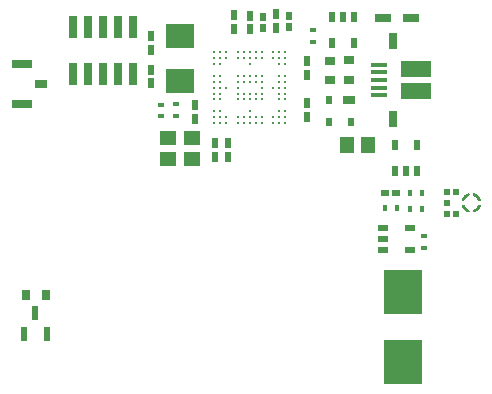
<source format=gtp>
G04*
G04 #@! TF.GenerationSoftware,Altium Limited,Altium Designer,19.0.15 (446)*
G04*
G04 Layer_Color=12040119*
%FSLAX25Y25*%
%MOIN*%
G70*
G01*
G75*
%ADD11C,0.01000*%
%ADD17R,0.02055X0.02362*%
%ADD18R,0.02362X0.03347*%
%ADD19R,0.03347X0.02362*%
%ADD20R,0.02362X0.04724*%
%ADD21R,0.02362X0.02756*%
%ADD22R,0.04331X0.03150*%
%ADD23R,0.02756X0.03347*%
%ADD24R,0.01772X0.02165*%
%ADD25R,0.02900X0.07500*%
%ADD26R,0.05315X0.02756*%
%ADD27R,0.05512X0.04921*%
%ADD28R,0.01968X0.02559*%
%ADD29R,0.09449X0.07874*%
%ADD30C,0.01200*%
%ADD31R,0.02756X0.05610*%
%ADD32R,0.09843X0.05610*%
%ADD33R,0.05512X0.01575*%
%ADD34R,0.06693X0.03150*%
%ADD35R,0.02559X0.01968*%
%ADD36R,0.04921X0.05512*%
%ADD37R,0.03347X0.02756*%
%ADD38R,0.02165X0.01772*%
%ADD39R,0.12500X0.15000*%
D11*
X72835Y-70726D02*
G03*
X71099Y-72463I994J-2730D01*
G01*
Y-74450D02*
G03*
X72835Y-76187I2730J994D01*
G01*
X74823D02*
G03*
X76559Y-74450I-994J2730D01*
G01*
Y-72463D02*
G03*
X74823Y-70726I-2730J-994D01*
G01*
D17*
X65664Y-77000D02*
D03*
X68900D02*
D03*
Y-69913D02*
D03*
X65664D02*
D03*
Y-73457D02*
D03*
D18*
X34740Y-11422D02*
D03*
X31000D02*
D03*
X27260D02*
D03*
Y-20280D02*
D03*
X34740D02*
D03*
X-32800Y-33564D02*
D03*
Y-29036D02*
D03*
X48260Y-62929D02*
D03*
X52000D02*
D03*
X55740D02*
D03*
Y-54071D02*
D03*
X48260D02*
D03*
X-7300Y-53536D02*
D03*
Y-58064D02*
D03*
X-11700Y-53536D02*
D03*
Y-58064D02*
D03*
X-18200Y-40936D02*
D03*
Y-45464D02*
D03*
X-5100Y-15414D02*
D03*
Y-10887D02*
D03*
X19000Y-40236D02*
D03*
Y-44764D02*
D03*
Y-30764D02*
D03*
Y-26236D02*
D03*
X8800Y-10536D02*
D03*
Y-15064D02*
D03*
X200Y-15564D02*
D03*
Y-11036D02*
D03*
X-32800Y-17936D02*
D03*
Y-22464D02*
D03*
D19*
X44571Y-81760D02*
D03*
Y-85500D02*
D03*
Y-89240D02*
D03*
X53429D02*
D03*
Y-81760D02*
D03*
D20*
X-75180Y-117200D02*
D03*
X-67700D02*
D03*
X-71440Y-110113D02*
D03*
D21*
X33887Y-46480D02*
D03*
X26400D02*
D03*
Y-39000D02*
D03*
D22*
X33100D02*
D03*
X-69504Y-33800D02*
D03*
D23*
X-74448Y-104200D02*
D03*
X-67952D02*
D03*
D24*
X49169Y-75200D02*
D03*
X45232D02*
D03*
X57495Y-70113D02*
D03*
X53558D02*
D03*
X57495Y-75500D02*
D03*
X53558D02*
D03*
D25*
X-58800Y-30300D02*
D03*
Y-14800D02*
D03*
X-53800Y-30300D02*
D03*
Y-14800D02*
D03*
X-48800Y-30300D02*
D03*
Y-14800D02*
D03*
X-43800Y-30300D02*
D03*
Y-14800D02*
D03*
X-38800Y-30300D02*
D03*
Y-14800D02*
D03*
D26*
X53724Y-11636D02*
D03*
X44276D02*
D03*
D27*
X-19100Y-58845D02*
D03*
Y-51955D02*
D03*
X-27200Y-58845D02*
D03*
Y-51955D02*
D03*
D28*
X4300Y-11530D02*
D03*
Y-15270D02*
D03*
X13000Y-11130D02*
D03*
Y-14870D02*
D03*
D29*
X-23300Y-17820D02*
D03*
Y-32780D02*
D03*
D30*
X11811Y-23189D02*
D03*
Y-25157D02*
D03*
Y-27126D02*
D03*
Y-31063D02*
D03*
Y-33031D02*
D03*
Y-35000D02*
D03*
Y-36968D02*
D03*
Y-38937D02*
D03*
Y-42874D02*
D03*
Y-44842D02*
D03*
Y-46811D02*
D03*
X9843Y-23189D02*
D03*
Y-25157D02*
D03*
Y-27126D02*
D03*
Y-31063D02*
D03*
Y-33031D02*
D03*
Y-35000D02*
D03*
Y-36968D02*
D03*
Y-38937D02*
D03*
Y-42874D02*
D03*
Y-44842D02*
D03*
Y-46811D02*
D03*
X7874Y-23189D02*
D03*
Y-25157D02*
D03*
Y-35000D02*
D03*
Y-44842D02*
D03*
Y-46811D02*
D03*
X3937Y-23189D02*
D03*
Y-25157D02*
D03*
Y-31063D02*
D03*
Y-33031D02*
D03*
Y-35000D02*
D03*
Y-36968D02*
D03*
Y-38937D02*
D03*
Y-44842D02*
D03*
Y-46811D02*
D03*
X1969Y-23189D02*
D03*
Y-25157D02*
D03*
Y-31063D02*
D03*
Y-33031D02*
D03*
Y-36968D02*
D03*
Y-38937D02*
D03*
Y-44842D02*
D03*
Y-46811D02*
D03*
X0Y-23189D02*
D03*
Y-25157D02*
D03*
Y-27126D02*
D03*
Y-31063D02*
D03*
Y-33031D02*
D03*
Y-36968D02*
D03*
Y-38937D02*
D03*
Y-42874D02*
D03*
Y-44842D02*
D03*
Y-46811D02*
D03*
X-1969Y-23189D02*
D03*
Y-25157D02*
D03*
Y-31063D02*
D03*
Y-33031D02*
D03*
Y-36968D02*
D03*
Y-38937D02*
D03*
Y-44842D02*
D03*
Y-46811D02*
D03*
X-3937Y-23189D02*
D03*
Y-25157D02*
D03*
Y-31063D02*
D03*
Y-33031D02*
D03*
Y-35000D02*
D03*
Y-36968D02*
D03*
Y-38937D02*
D03*
Y-44842D02*
D03*
Y-46811D02*
D03*
X-7874Y-23189D02*
D03*
Y-25157D02*
D03*
Y-35000D02*
D03*
Y-44842D02*
D03*
Y-46811D02*
D03*
X-9843Y-23189D02*
D03*
Y-25157D02*
D03*
Y-27126D02*
D03*
Y-31063D02*
D03*
Y-33031D02*
D03*
Y-35000D02*
D03*
Y-36968D02*
D03*
Y-38937D02*
D03*
Y-42874D02*
D03*
Y-44842D02*
D03*
Y-46811D02*
D03*
X-11811Y-23189D02*
D03*
Y-25157D02*
D03*
Y-27126D02*
D03*
Y-31063D02*
D03*
Y-33031D02*
D03*
Y-35000D02*
D03*
Y-36968D02*
D03*
Y-38937D02*
D03*
Y-42874D02*
D03*
Y-44842D02*
D03*
Y-46811D02*
D03*
D31*
X47653Y-19508D02*
D03*
Y-45492D02*
D03*
D32*
X55527Y-36289D02*
D03*
Y-28711D02*
D03*
D33*
X43239Y-32500D02*
D03*
Y-29941D02*
D03*
Y-27382D02*
D03*
Y-35059D02*
D03*
Y-37618D02*
D03*
D34*
X-76000Y-27107D02*
D03*
Y-40493D02*
D03*
D35*
X48870Y-70113D02*
D03*
X45130D02*
D03*
D36*
X32555Y-54100D02*
D03*
X39445D02*
D03*
D37*
X33100Y-32448D02*
D03*
Y-25952D02*
D03*
X26700Y-32548D02*
D03*
Y-26052D02*
D03*
D38*
X-24600Y-44469D02*
D03*
Y-40532D02*
D03*
X-29500Y-44568D02*
D03*
Y-40631D02*
D03*
X21000Y-15851D02*
D03*
Y-19788D02*
D03*
X58000Y-84563D02*
D03*
Y-88500D02*
D03*
D39*
X51100Y-126500D02*
D03*
X51000Y-103000D02*
D03*
M02*

</source>
